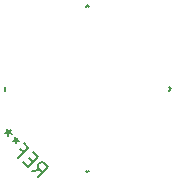
<source format=gbr>
G04 #@! TF.FileFunction,Legend,Bot*
%FSLAX46Y46*%
G04 Gerber Fmt 4.6, Leading zero omitted, Abs format (unit mm)*
G04 Created by KiCad (PCBNEW 4.0.1-stable) date Friday, September 23, 2016 'AMt' 01:17:15 AM*
%MOMM*%
G01*
G04 APERTURE LIST*
%ADD10C,0.100000*%
%ADD11C,0.150000*%
G04 APERTURE END LIST*
D10*
D11*
X123734490Y-76204443D02*
X123734490Y-76487285D01*
X130522715Y-83275510D02*
X130664136Y-83416932D01*
X130664136Y-83416932D02*
X130805557Y-83275510D01*
X130805557Y-69416218D02*
X130664136Y-69274796D01*
X130664136Y-69274796D02*
X130522715Y-69416218D01*
X137593782Y-76204443D02*
X137735204Y-76345864D01*
X137735204Y-76345864D02*
X137593782Y-76487285D01*
X125966926Y-83305814D02*
X126653830Y-83184596D01*
X126451800Y-83790688D02*
X127300328Y-82942160D01*
X126977079Y-82618911D01*
X126855861Y-82578504D01*
X126775048Y-82578504D01*
X126653830Y-82618911D01*
X126532612Y-82740129D01*
X126492205Y-82861347D01*
X126492205Y-82942160D01*
X126532612Y-83063378D01*
X126855861Y-83386627D01*
X126047739Y-82497693D02*
X125764896Y-82214850D01*
X125199211Y-82538098D02*
X125603272Y-82942160D01*
X126451800Y-82093631D01*
X126047739Y-81689570D01*
X124997180Y-81447134D02*
X125280023Y-81729977D01*
X124835556Y-82174444D02*
X125684084Y-81325916D01*
X125280023Y-80921854D01*
X124835556Y-80477388D02*
X124633526Y-80679418D01*
X124916368Y-80800637D02*
X124633526Y-80679418D01*
X124512307Y-80396576D01*
X124593120Y-80962261D02*
X124633526Y-80679418D01*
X124350683Y-80719825D01*
X124189058Y-79830890D02*
X123987028Y-80032920D01*
X124269870Y-80154139D02*
X123987028Y-80032920D01*
X123865809Y-79750078D01*
X123946622Y-80315763D02*
X123987028Y-80032920D01*
X123704185Y-80073327D01*
M02*

</source>
